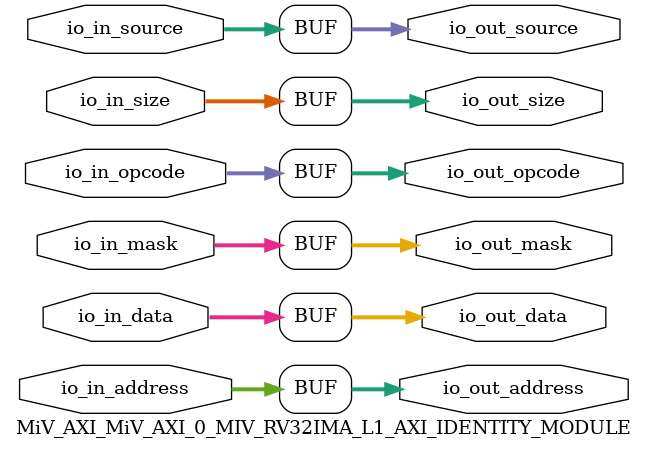
<source format=v>
`ifndef RANDOMIZE_REG_INIT 
	 `define RANDOMIZE_REG_INIT 
 `endif
`ifndef RANDOMIZE_MEM_INIT 
	 `define RANDOMIZE_MEM_INIT 
 `endif
`ifndef RANDOMIZE 
	 `define RANDOMIZE 
`endif

`timescale 1ns/10ps
module MiV_AXI_MiV_AXI_0_MIV_RV32IMA_L1_AXI_IDENTITY_MODULE( // @[:freechips.rocketchip.system.MivRV32ImaL1AhbConfig.fir@49.2]
  input  [2:0]  io_in_opcode, // @[:freechips.rocketchip.system.MivRV32ImaL1AhbConfig.fir@52.4]
  input  [3:0]  io_in_size, // @[:freechips.rocketchip.system.MivRV32ImaL1AhbConfig.fir@52.4]
  input  [2:0]  io_in_source, // @[:freechips.rocketchip.system.MivRV32ImaL1AhbConfig.fir@52.4]
  input  [31:0] io_in_address, // @[:freechips.rocketchip.system.MivRV32ImaL1AhbConfig.fir@52.4]
  input  [3:0]  io_in_mask, // @[:freechips.rocketchip.system.MivRV32ImaL1AhbConfig.fir@52.4]
  input  [31:0] io_in_data, // @[:freechips.rocketchip.system.MivRV32ImaL1AhbConfig.fir@52.4]
  output [2:0]  io_out_opcode, // @[:freechips.rocketchip.system.MivRV32ImaL1AhbConfig.fir@52.4]
  output [3:0]  io_out_size, // @[:freechips.rocketchip.system.MivRV32ImaL1AhbConfig.fir@52.4]
  output [2:0]  io_out_source, // @[:freechips.rocketchip.system.MivRV32ImaL1AhbConfig.fir@52.4]
  output [31:0] io_out_address, // @[:freechips.rocketchip.system.MivRV32ImaL1AhbConfig.fir@52.4]
  output [3:0]  io_out_mask, // @[:freechips.rocketchip.system.MivRV32ImaL1AhbConfig.fir@52.4]
  output [31:0] io_out_data // @[:freechips.rocketchip.system.MivRV32ImaL1AhbConfig.fir@52.4]
);
  assign io_out_opcode = io_in_opcode;
  assign io_out_size = io_in_size;
  assign io_out_source = io_in_source;
  assign io_out_address = io_in_address;
  assign io_out_mask = io_in_mask;
  assign io_out_data = io_in_data;
endmodule

</source>
